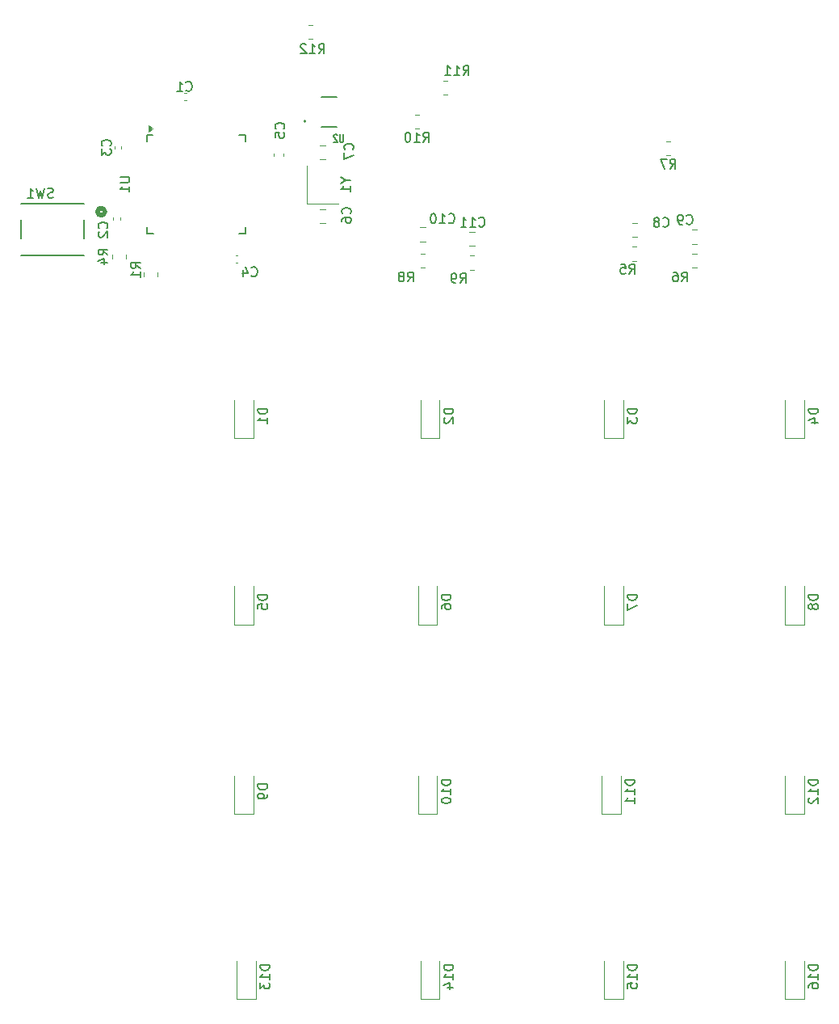
<source format=gbr>
%TF.GenerationSoftware,KiCad,Pcbnew,9.0.0*%
%TF.CreationDate,2025-06-12T19:16:51-06:00*%
%TF.ProjectId,final_macropad,66696e61-6c5f-46d6-9163-726f7061642e,rev?*%
%TF.SameCoordinates,Original*%
%TF.FileFunction,Legend,Bot*%
%TF.FilePolarity,Positive*%
%FSLAX46Y46*%
G04 Gerber Fmt 4.6, Leading zero omitted, Abs format (unit mm)*
G04 Created by KiCad (PCBNEW 9.0.0) date 2025-06-12 19:16:51*
%MOMM*%
%LPD*%
G01*
G04 APERTURE LIST*
%ADD10C,0.150000*%
%ADD11C,0.120000*%
%ADD12C,0.152400*%
%ADD13C,0.508000*%
%ADD14C,0.127000*%
%ADD15C,0.200000*%
G04 APERTURE END LIST*
D10*
X65891580Y-47331333D02*
X65939200Y-47283714D01*
X65939200Y-47283714D02*
X65986819Y-47140857D01*
X65986819Y-47140857D02*
X65986819Y-47045619D01*
X65986819Y-47045619D02*
X65939200Y-46902762D01*
X65939200Y-46902762D02*
X65843961Y-46807524D01*
X65843961Y-46807524D02*
X65748723Y-46759905D01*
X65748723Y-46759905D02*
X65558247Y-46712286D01*
X65558247Y-46712286D02*
X65415390Y-46712286D01*
X65415390Y-46712286D02*
X65224914Y-46759905D01*
X65224914Y-46759905D02*
X65129676Y-46807524D01*
X65129676Y-46807524D02*
X65034438Y-46902762D01*
X65034438Y-46902762D02*
X64986819Y-47045619D01*
X64986819Y-47045619D02*
X64986819Y-47140857D01*
X64986819Y-47140857D02*
X65034438Y-47283714D01*
X65034438Y-47283714D02*
X65082057Y-47331333D01*
X64986819Y-48188476D02*
X64986819Y-47998000D01*
X64986819Y-47998000D02*
X65034438Y-47902762D01*
X65034438Y-47902762D02*
X65082057Y-47855143D01*
X65082057Y-47855143D02*
X65224914Y-47759905D01*
X65224914Y-47759905D02*
X65415390Y-47712286D01*
X65415390Y-47712286D02*
X65796342Y-47712286D01*
X65796342Y-47712286D02*
X65891580Y-47759905D01*
X65891580Y-47759905D02*
X65939200Y-47807524D01*
X65939200Y-47807524D02*
X65986819Y-47902762D01*
X65986819Y-47902762D02*
X65986819Y-48093238D01*
X65986819Y-48093238D02*
X65939200Y-48188476D01*
X65939200Y-48188476D02*
X65891580Y-48236095D01*
X65891580Y-48236095D02*
X65796342Y-48283714D01*
X65796342Y-48283714D02*
X65558247Y-48283714D01*
X65558247Y-48283714D02*
X65463009Y-48236095D01*
X65463009Y-48236095D02*
X65415390Y-48188476D01*
X65415390Y-48188476D02*
X65367771Y-48093238D01*
X65367771Y-48093238D02*
X65367771Y-47902762D01*
X65367771Y-47902762D02*
X65415390Y-47807524D01*
X65415390Y-47807524D02*
X65463009Y-47759905D01*
X65463009Y-47759905D02*
X65558247Y-47712286D01*
X66145580Y-40600333D02*
X66193200Y-40552714D01*
X66193200Y-40552714D02*
X66240819Y-40409857D01*
X66240819Y-40409857D02*
X66240819Y-40314619D01*
X66240819Y-40314619D02*
X66193200Y-40171762D01*
X66193200Y-40171762D02*
X66097961Y-40076524D01*
X66097961Y-40076524D02*
X66002723Y-40028905D01*
X66002723Y-40028905D02*
X65812247Y-39981286D01*
X65812247Y-39981286D02*
X65669390Y-39981286D01*
X65669390Y-39981286D02*
X65478914Y-40028905D01*
X65478914Y-40028905D02*
X65383676Y-40076524D01*
X65383676Y-40076524D02*
X65288438Y-40171762D01*
X65288438Y-40171762D02*
X65240819Y-40314619D01*
X65240819Y-40314619D02*
X65240819Y-40409857D01*
X65240819Y-40409857D02*
X65288438Y-40552714D01*
X65288438Y-40552714D02*
X65336057Y-40600333D01*
X65240819Y-40933667D02*
X65240819Y-41600333D01*
X65240819Y-41600333D02*
X66240819Y-41171762D01*
X58906580Y-38441333D02*
X58954200Y-38393714D01*
X58954200Y-38393714D02*
X59001819Y-38250857D01*
X59001819Y-38250857D02*
X59001819Y-38155619D01*
X59001819Y-38155619D02*
X58954200Y-38012762D01*
X58954200Y-38012762D02*
X58858961Y-37917524D01*
X58858961Y-37917524D02*
X58763723Y-37869905D01*
X58763723Y-37869905D02*
X58573247Y-37822286D01*
X58573247Y-37822286D02*
X58430390Y-37822286D01*
X58430390Y-37822286D02*
X58239914Y-37869905D01*
X58239914Y-37869905D02*
X58144676Y-37917524D01*
X58144676Y-37917524D02*
X58049438Y-38012762D01*
X58049438Y-38012762D02*
X58001819Y-38155619D01*
X58001819Y-38155619D02*
X58001819Y-38250857D01*
X58001819Y-38250857D02*
X58049438Y-38393714D01*
X58049438Y-38393714D02*
X58097057Y-38441333D01*
X58001819Y-39346095D02*
X58001819Y-38869905D01*
X58001819Y-38869905D02*
X58478009Y-38822286D01*
X58478009Y-38822286D02*
X58430390Y-38869905D01*
X58430390Y-38869905D02*
X58382771Y-38965143D01*
X58382771Y-38965143D02*
X58382771Y-39203238D01*
X58382771Y-39203238D02*
X58430390Y-39298476D01*
X58430390Y-39298476D02*
X58478009Y-39346095D01*
X58478009Y-39346095D02*
X58573247Y-39393714D01*
X58573247Y-39393714D02*
X58811342Y-39393714D01*
X58811342Y-39393714D02*
X58906580Y-39346095D01*
X58906580Y-39346095D02*
X58954200Y-39298476D01*
X58954200Y-39298476D02*
X59001819Y-39203238D01*
X59001819Y-39203238D02*
X59001819Y-38965143D01*
X59001819Y-38965143D02*
X58954200Y-38869905D01*
X58954200Y-38869905D02*
X58906580Y-38822286D01*
X73540857Y-39823819D02*
X73874190Y-39347628D01*
X74112285Y-39823819D02*
X74112285Y-38823819D01*
X74112285Y-38823819D02*
X73731333Y-38823819D01*
X73731333Y-38823819D02*
X73636095Y-38871438D01*
X73636095Y-38871438D02*
X73588476Y-38919057D01*
X73588476Y-38919057D02*
X73540857Y-39014295D01*
X73540857Y-39014295D02*
X73540857Y-39157152D01*
X73540857Y-39157152D02*
X73588476Y-39252390D01*
X73588476Y-39252390D02*
X73636095Y-39300009D01*
X73636095Y-39300009D02*
X73731333Y-39347628D01*
X73731333Y-39347628D02*
X74112285Y-39347628D01*
X72588476Y-39823819D02*
X73159904Y-39823819D01*
X72874190Y-39823819D02*
X72874190Y-38823819D01*
X72874190Y-38823819D02*
X72969428Y-38966676D01*
X72969428Y-38966676D02*
X73064666Y-39061914D01*
X73064666Y-39061914D02*
X73159904Y-39109533D01*
X71969428Y-38823819D02*
X71874190Y-38823819D01*
X71874190Y-38823819D02*
X71778952Y-38871438D01*
X71778952Y-38871438D02*
X71731333Y-38919057D01*
X71731333Y-38919057D02*
X71683714Y-39014295D01*
X71683714Y-39014295D02*
X71636095Y-39204771D01*
X71636095Y-39204771D02*
X71636095Y-39442866D01*
X71636095Y-39442866D02*
X71683714Y-39633342D01*
X71683714Y-39633342D02*
X71731333Y-39728580D01*
X71731333Y-39728580D02*
X71778952Y-39776200D01*
X71778952Y-39776200D02*
X71874190Y-39823819D01*
X71874190Y-39823819D02*
X71969428Y-39823819D01*
X71969428Y-39823819D02*
X72064666Y-39776200D01*
X72064666Y-39776200D02*
X72112285Y-39728580D01*
X72112285Y-39728580D02*
X72159904Y-39633342D01*
X72159904Y-39633342D02*
X72207523Y-39442866D01*
X72207523Y-39442866D02*
X72207523Y-39204771D01*
X72207523Y-39204771D02*
X72159904Y-39014295D01*
X72159904Y-39014295D02*
X72112285Y-38919057D01*
X72112285Y-38919057D02*
X72064666Y-38871438D01*
X72064666Y-38871438D02*
X71969428Y-38823819D01*
X57204819Y-107111905D02*
X56204819Y-107111905D01*
X56204819Y-107111905D02*
X56204819Y-107350000D01*
X56204819Y-107350000D02*
X56252438Y-107492857D01*
X56252438Y-107492857D02*
X56347676Y-107588095D01*
X56347676Y-107588095D02*
X56442914Y-107635714D01*
X56442914Y-107635714D02*
X56633390Y-107683333D01*
X56633390Y-107683333D02*
X56776247Y-107683333D01*
X56776247Y-107683333D02*
X56966723Y-107635714D01*
X56966723Y-107635714D02*
X57061961Y-107588095D01*
X57061961Y-107588095D02*
X57157200Y-107492857D01*
X57157200Y-107492857D02*
X57204819Y-107350000D01*
X57204819Y-107350000D02*
X57204819Y-107111905D01*
X57204819Y-108159524D02*
X57204819Y-108350000D01*
X57204819Y-108350000D02*
X57157200Y-108445238D01*
X57157200Y-108445238D02*
X57109580Y-108492857D01*
X57109580Y-108492857D02*
X56966723Y-108588095D01*
X56966723Y-108588095D02*
X56776247Y-108635714D01*
X56776247Y-108635714D02*
X56395295Y-108635714D01*
X56395295Y-108635714D02*
X56300057Y-108588095D01*
X56300057Y-108588095D02*
X56252438Y-108540476D01*
X56252438Y-108540476D02*
X56204819Y-108445238D01*
X56204819Y-108445238D02*
X56204819Y-108254762D01*
X56204819Y-108254762D02*
X56252438Y-108159524D01*
X56252438Y-108159524D02*
X56300057Y-108111905D01*
X56300057Y-108111905D02*
X56395295Y-108064286D01*
X56395295Y-108064286D02*
X56633390Y-108064286D01*
X56633390Y-108064286D02*
X56728628Y-108111905D01*
X56728628Y-108111905D02*
X56776247Y-108159524D01*
X56776247Y-108159524D02*
X56823866Y-108254762D01*
X56823866Y-108254762D02*
X56823866Y-108445238D01*
X56823866Y-108445238D02*
X56776247Y-108540476D01*
X56776247Y-108540476D02*
X56728628Y-108588095D01*
X56728628Y-108588095D02*
X56633390Y-108635714D01*
X79392857Y-48609580D02*
X79440476Y-48657200D01*
X79440476Y-48657200D02*
X79583333Y-48704819D01*
X79583333Y-48704819D02*
X79678571Y-48704819D01*
X79678571Y-48704819D02*
X79821428Y-48657200D01*
X79821428Y-48657200D02*
X79916666Y-48561961D01*
X79916666Y-48561961D02*
X79964285Y-48466723D01*
X79964285Y-48466723D02*
X80011904Y-48276247D01*
X80011904Y-48276247D02*
X80011904Y-48133390D01*
X80011904Y-48133390D02*
X79964285Y-47942914D01*
X79964285Y-47942914D02*
X79916666Y-47847676D01*
X79916666Y-47847676D02*
X79821428Y-47752438D01*
X79821428Y-47752438D02*
X79678571Y-47704819D01*
X79678571Y-47704819D02*
X79583333Y-47704819D01*
X79583333Y-47704819D02*
X79440476Y-47752438D01*
X79440476Y-47752438D02*
X79392857Y-47800057D01*
X78440476Y-48704819D02*
X79011904Y-48704819D01*
X78726190Y-48704819D02*
X78726190Y-47704819D01*
X78726190Y-47704819D02*
X78821428Y-47847676D01*
X78821428Y-47847676D02*
X78916666Y-47942914D01*
X78916666Y-47942914D02*
X79011904Y-47990533D01*
X77488095Y-48704819D02*
X78059523Y-48704819D01*
X77773809Y-48704819D02*
X77773809Y-47704819D01*
X77773809Y-47704819D02*
X77869047Y-47847676D01*
X77869047Y-47847676D02*
X77964285Y-47942914D01*
X77964285Y-47942914D02*
X78059523Y-47990533D01*
X95954819Y-87261905D02*
X94954819Y-87261905D01*
X94954819Y-87261905D02*
X94954819Y-87500000D01*
X94954819Y-87500000D02*
X95002438Y-87642857D01*
X95002438Y-87642857D02*
X95097676Y-87738095D01*
X95097676Y-87738095D02*
X95192914Y-87785714D01*
X95192914Y-87785714D02*
X95383390Y-87833333D01*
X95383390Y-87833333D02*
X95526247Y-87833333D01*
X95526247Y-87833333D02*
X95716723Y-87785714D01*
X95716723Y-87785714D02*
X95811961Y-87738095D01*
X95811961Y-87738095D02*
X95907200Y-87642857D01*
X95907200Y-87642857D02*
X95954819Y-87500000D01*
X95954819Y-87500000D02*
X95954819Y-87261905D01*
X94954819Y-88166667D02*
X94954819Y-88833333D01*
X94954819Y-88833333D02*
X95954819Y-88404762D01*
X40728580Y-40219333D02*
X40776200Y-40171714D01*
X40776200Y-40171714D02*
X40823819Y-40028857D01*
X40823819Y-40028857D02*
X40823819Y-39933619D01*
X40823819Y-39933619D02*
X40776200Y-39790762D01*
X40776200Y-39790762D02*
X40680961Y-39695524D01*
X40680961Y-39695524D02*
X40585723Y-39647905D01*
X40585723Y-39647905D02*
X40395247Y-39600286D01*
X40395247Y-39600286D02*
X40252390Y-39600286D01*
X40252390Y-39600286D02*
X40061914Y-39647905D01*
X40061914Y-39647905D02*
X39966676Y-39695524D01*
X39966676Y-39695524D02*
X39871438Y-39790762D01*
X39871438Y-39790762D02*
X39823819Y-39933619D01*
X39823819Y-39933619D02*
X39823819Y-40028857D01*
X39823819Y-40028857D02*
X39871438Y-40171714D01*
X39871438Y-40171714D02*
X39919057Y-40219333D01*
X39823819Y-40552667D02*
X39823819Y-41171714D01*
X39823819Y-41171714D02*
X40204771Y-40838381D01*
X40204771Y-40838381D02*
X40204771Y-40981238D01*
X40204771Y-40981238D02*
X40252390Y-41076476D01*
X40252390Y-41076476D02*
X40300009Y-41124095D01*
X40300009Y-41124095D02*
X40395247Y-41171714D01*
X40395247Y-41171714D02*
X40633342Y-41171714D01*
X40633342Y-41171714D02*
X40728580Y-41124095D01*
X40728580Y-41124095D02*
X40776200Y-41076476D01*
X40776200Y-41076476D02*
X40823819Y-40981238D01*
X40823819Y-40981238D02*
X40823819Y-40695524D01*
X40823819Y-40695524D02*
X40776200Y-40600286D01*
X40776200Y-40600286D02*
X40728580Y-40552667D01*
X71916666Y-54454819D02*
X72249999Y-53978628D01*
X72488094Y-54454819D02*
X72488094Y-53454819D01*
X72488094Y-53454819D02*
X72107142Y-53454819D01*
X72107142Y-53454819D02*
X72011904Y-53502438D01*
X72011904Y-53502438D02*
X71964285Y-53550057D01*
X71964285Y-53550057D02*
X71916666Y-53645295D01*
X71916666Y-53645295D02*
X71916666Y-53788152D01*
X71916666Y-53788152D02*
X71964285Y-53883390D01*
X71964285Y-53883390D02*
X72011904Y-53931009D01*
X72011904Y-53931009D02*
X72107142Y-53978628D01*
X72107142Y-53978628D02*
X72488094Y-53978628D01*
X71345237Y-53883390D02*
X71440475Y-53835771D01*
X71440475Y-53835771D02*
X71488094Y-53788152D01*
X71488094Y-53788152D02*
X71535713Y-53692914D01*
X71535713Y-53692914D02*
X71535713Y-53645295D01*
X71535713Y-53645295D02*
X71488094Y-53550057D01*
X71488094Y-53550057D02*
X71440475Y-53502438D01*
X71440475Y-53502438D02*
X71345237Y-53454819D01*
X71345237Y-53454819D02*
X71154761Y-53454819D01*
X71154761Y-53454819D02*
X71059523Y-53502438D01*
X71059523Y-53502438D02*
X71011904Y-53550057D01*
X71011904Y-53550057D02*
X70964285Y-53645295D01*
X70964285Y-53645295D02*
X70964285Y-53692914D01*
X70964285Y-53692914D02*
X71011904Y-53788152D01*
X71011904Y-53788152D02*
X71059523Y-53835771D01*
X71059523Y-53835771D02*
X71154761Y-53883390D01*
X71154761Y-53883390D02*
X71345237Y-53883390D01*
X71345237Y-53883390D02*
X71440475Y-53931009D01*
X71440475Y-53931009D02*
X71488094Y-53978628D01*
X71488094Y-53978628D02*
X71535713Y-54073866D01*
X71535713Y-54073866D02*
X71535713Y-54264342D01*
X71535713Y-54264342D02*
X71488094Y-54359580D01*
X71488094Y-54359580D02*
X71440475Y-54407200D01*
X71440475Y-54407200D02*
X71345237Y-54454819D01*
X71345237Y-54454819D02*
X71154761Y-54454819D01*
X71154761Y-54454819D02*
X71059523Y-54407200D01*
X71059523Y-54407200D02*
X71011904Y-54359580D01*
X71011904Y-54359580D02*
X70964285Y-54264342D01*
X70964285Y-54264342D02*
X70964285Y-54073866D01*
X70964285Y-54073866D02*
X71011904Y-53978628D01*
X71011904Y-53978628D02*
X71059523Y-53931009D01*
X71059523Y-53931009D02*
X71154761Y-53883390D01*
X99416666Y-42604819D02*
X99749999Y-42128628D01*
X99988094Y-42604819D02*
X99988094Y-41604819D01*
X99988094Y-41604819D02*
X99607142Y-41604819D01*
X99607142Y-41604819D02*
X99511904Y-41652438D01*
X99511904Y-41652438D02*
X99464285Y-41700057D01*
X99464285Y-41700057D02*
X99416666Y-41795295D01*
X99416666Y-41795295D02*
X99416666Y-41938152D01*
X99416666Y-41938152D02*
X99464285Y-42033390D01*
X99464285Y-42033390D02*
X99511904Y-42081009D01*
X99511904Y-42081009D02*
X99607142Y-42128628D01*
X99607142Y-42128628D02*
X99988094Y-42128628D01*
X99083332Y-41604819D02*
X98416666Y-41604819D01*
X98416666Y-41604819D02*
X98845237Y-42604819D01*
X57204819Y-67761905D02*
X56204819Y-67761905D01*
X56204819Y-67761905D02*
X56204819Y-68000000D01*
X56204819Y-68000000D02*
X56252438Y-68142857D01*
X56252438Y-68142857D02*
X56347676Y-68238095D01*
X56347676Y-68238095D02*
X56442914Y-68285714D01*
X56442914Y-68285714D02*
X56633390Y-68333333D01*
X56633390Y-68333333D02*
X56776247Y-68333333D01*
X56776247Y-68333333D02*
X56966723Y-68285714D01*
X56966723Y-68285714D02*
X57061961Y-68238095D01*
X57061961Y-68238095D02*
X57157200Y-68142857D01*
X57157200Y-68142857D02*
X57204819Y-68000000D01*
X57204819Y-68000000D02*
X57204819Y-67761905D01*
X57204819Y-69285714D02*
X57204819Y-68714286D01*
X57204819Y-69000000D02*
X56204819Y-69000000D01*
X56204819Y-69000000D02*
X56347676Y-68904762D01*
X56347676Y-68904762D02*
X56442914Y-68809524D01*
X56442914Y-68809524D02*
X56490533Y-68714286D01*
X41754819Y-43488095D02*
X42564342Y-43488095D01*
X42564342Y-43488095D02*
X42659580Y-43535714D01*
X42659580Y-43535714D02*
X42707200Y-43583333D01*
X42707200Y-43583333D02*
X42754819Y-43678571D01*
X42754819Y-43678571D02*
X42754819Y-43869047D01*
X42754819Y-43869047D02*
X42707200Y-43964285D01*
X42707200Y-43964285D02*
X42659580Y-44011904D01*
X42659580Y-44011904D02*
X42564342Y-44059523D01*
X42564342Y-44059523D02*
X41754819Y-44059523D01*
X42754819Y-45059523D02*
X42754819Y-44488095D01*
X42754819Y-44773809D02*
X41754819Y-44773809D01*
X41754819Y-44773809D02*
X41897676Y-44678571D01*
X41897676Y-44678571D02*
X41992914Y-44583333D01*
X41992914Y-44583333D02*
X42040533Y-44488095D01*
X57454819Y-126035714D02*
X56454819Y-126035714D01*
X56454819Y-126035714D02*
X56454819Y-126273809D01*
X56454819Y-126273809D02*
X56502438Y-126416666D01*
X56502438Y-126416666D02*
X56597676Y-126511904D01*
X56597676Y-126511904D02*
X56692914Y-126559523D01*
X56692914Y-126559523D02*
X56883390Y-126607142D01*
X56883390Y-126607142D02*
X57026247Y-126607142D01*
X57026247Y-126607142D02*
X57216723Y-126559523D01*
X57216723Y-126559523D02*
X57311961Y-126511904D01*
X57311961Y-126511904D02*
X57407200Y-126416666D01*
X57407200Y-126416666D02*
X57454819Y-126273809D01*
X57454819Y-126273809D02*
X57454819Y-126035714D01*
X57454819Y-127559523D02*
X57454819Y-126988095D01*
X57454819Y-127273809D02*
X56454819Y-127273809D01*
X56454819Y-127273809D02*
X56597676Y-127178571D01*
X56597676Y-127178571D02*
X56692914Y-127083333D01*
X56692914Y-127083333D02*
X56740533Y-126988095D01*
X56454819Y-127892857D02*
X56454819Y-128511904D01*
X56454819Y-128511904D02*
X56835771Y-128178571D01*
X56835771Y-128178571D02*
X56835771Y-128321428D01*
X56835771Y-128321428D02*
X56883390Y-128416666D01*
X56883390Y-128416666D02*
X56931009Y-128464285D01*
X56931009Y-128464285D02*
X57026247Y-128511904D01*
X57026247Y-128511904D02*
X57264342Y-128511904D01*
X57264342Y-128511904D02*
X57359580Y-128464285D01*
X57359580Y-128464285D02*
X57407200Y-128416666D01*
X57407200Y-128416666D02*
X57454819Y-128321428D01*
X57454819Y-128321428D02*
X57454819Y-128035714D01*
X57454819Y-128035714D02*
X57407200Y-127940476D01*
X57407200Y-127940476D02*
X57359580Y-127892857D01*
X114954819Y-87261905D02*
X113954819Y-87261905D01*
X113954819Y-87261905D02*
X113954819Y-87500000D01*
X113954819Y-87500000D02*
X114002438Y-87642857D01*
X114002438Y-87642857D02*
X114097676Y-87738095D01*
X114097676Y-87738095D02*
X114192914Y-87785714D01*
X114192914Y-87785714D02*
X114383390Y-87833333D01*
X114383390Y-87833333D02*
X114526247Y-87833333D01*
X114526247Y-87833333D02*
X114716723Y-87785714D01*
X114716723Y-87785714D02*
X114811961Y-87738095D01*
X114811961Y-87738095D02*
X114907200Y-87642857D01*
X114907200Y-87642857D02*
X114954819Y-87500000D01*
X114954819Y-87500000D02*
X114954819Y-87261905D01*
X114383390Y-88404762D02*
X114335771Y-88309524D01*
X114335771Y-88309524D02*
X114288152Y-88261905D01*
X114288152Y-88261905D02*
X114192914Y-88214286D01*
X114192914Y-88214286D02*
X114145295Y-88214286D01*
X114145295Y-88214286D02*
X114050057Y-88261905D01*
X114050057Y-88261905D02*
X114002438Y-88309524D01*
X114002438Y-88309524D02*
X113954819Y-88404762D01*
X113954819Y-88404762D02*
X113954819Y-88595238D01*
X113954819Y-88595238D02*
X114002438Y-88690476D01*
X114002438Y-88690476D02*
X114050057Y-88738095D01*
X114050057Y-88738095D02*
X114145295Y-88785714D01*
X114145295Y-88785714D02*
X114192914Y-88785714D01*
X114192914Y-88785714D02*
X114288152Y-88738095D01*
X114288152Y-88738095D02*
X114335771Y-88690476D01*
X114335771Y-88690476D02*
X114383390Y-88595238D01*
X114383390Y-88595238D02*
X114383390Y-88404762D01*
X114383390Y-88404762D02*
X114431009Y-88309524D01*
X114431009Y-88309524D02*
X114478628Y-88261905D01*
X114478628Y-88261905D02*
X114573866Y-88214286D01*
X114573866Y-88214286D02*
X114764342Y-88214286D01*
X114764342Y-88214286D02*
X114859580Y-88261905D01*
X114859580Y-88261905D02*
X114907200Y-88309524D01*
X114907200Y-88309524D02*
X114954819Y-88404762D01*
X114954819Y-88404762D02*
X114954819Y-88595238D01*
X114954819Y-88595238D02*
X114907200Y-88690476D01*
X114907200Y-88690476D02*
X114859580Y-88738095D01*
X114859580Y-88738095D02*
X114764342Y-88785714D01*
X114764342Y-88785714D02*
X114573866Y-88785714D01*
X114573866Y-88785714D02*
X114478628Y-88738095D01*
X114478628Y-88738095D02*
X114431009Y-88690476D01*
X114431009Y-88690476D02*
X114383390Y-88595238D01*
X77416666Y-54567319D02*
X77749999Y-54091128D01*
X77988094Y-54567319D02*
X77988094Y-53567319D01*
X77988094Y-53567319D02*
X77607142Y-53567319D01*
X77607142Y-53567319D02*
X77511904Y-53614938D01*
X77511904Y-53614938D02*
X77464285Y-53662557D01*
X77464285Y-53662557D02*
X77416666Y-53757795D01*
X77416666Y-53757795D02*
X77416666Y-53900652D01*
X77416666Y-53900652D02*
X77464285Y-53995890D01*
X77464285Y-53995890D02*
X77511904Y-54043509D01*
X77511904Y-54043509D02*
X77607142Y-54091128D01*
X77607142Y-54091128D02*
X77988094Y-54091128D01*
X76940475Y-54567319D02*
X76749999Y-54567319D01*
X76749999Y-54567319D02*
X76654761Y-54519700D01*
X76654761Y-54519700D02*
X76607142Y-54472080D01*
X76607142Y-54472080D02*
X76511904Y-54329223D01*
X76511904Y-54329223D02*
X76464285Y-54138747D01*
X76464285Y-54138747D02*
X76464285Y-53757795D01*
X76464285Y-53757795D02*
X76511904Y-53662557D01*
X76511904Y-53662557D02*
X76559523Y-53614938D01*
X76559523Y-53614938D02*
X76654761Y-53567319D01*
X76654761Y-53567319D02*
X76845237Y-53567319D01*
X76845237Y-53567319D02*
X76940475Y-53614938D01*
X76940475Y-53614938D02*
X76988094Y-53662557D01*
X76988094Y-53662557D02*
X77035713Y-53757795D01*
X77035713Y-53757795D02*
X77035713Y-53995890D01*
X77035713Y-53995890D02*
X76988094Y-54091128D01*
X76988094Y-54091128D02*
X76940475Y-54138747D01*
X76940475Y-54138747D02*
X76845237Y-54186366D01*
X76845237Y-54186366D02*
X76654761Y-54186366D01*
X76654761Y-54186366D02*
X76559523Y-54138747D01*
X76559523Y-54138747D02*
X76511904Y-54091128D01*
X76511904Y-54091128D02*
X76464285Y-53995890D01*
X95954819Y-126035714D02*
X94954819Y-126035714D01*
X94954819Y-126035714D02*
X94954819Y-126273809D01*
X94954819Y-126273809D02*
X95002438Y-126416666D01*
X95002438Y-126416666D02*
X95097676Y-126511904D01*
X95097676Y-126511904D02*
X95192914Y-126559523D01*
X95192914Y-126559523D02*
X95383390Y-126607142D01*
X95383390Y-126607142D02*
X95526247Y-126607142D01*
X95526247Y-126607142D02*
X95716723Y-126559523D01*
X95716723Y-126559523D02*
X95811961Y-126511904D01*
X95811961Y-126511904D02*
X95907200Y-126416666D01*
X95907200Y-126416666D02*
X95954819Y-126273809D01*
X95954819Y-126273809D02*
X95954819Y-126035714D01*
X95954819Y-127559523D02*
X95954819Y-126988095D01*
X95954819Y-127273809D02*
X94954819Y-127273809D01*
X94954819Y-127273809D02*
X95097676Y-127178571D01*
X95097676Y-127178571D02*
X95192914Y-127083333D01*
X95192914Y-127083333D02*
X95240533Y-126988095D01*
X94954819Y-128464285D02*
X94954819Y-127988095D01*
X94954819Y-127988095D02*
X95431009Y-127940476D01*
X95431009Y-127940476D02*
X95383390Y-127988095D01*
X95383390Y-127988095D02*
X95335771Y-128083333D01*
X95335771Y-128083333D02*
X95335771Y-128321428D01*
X95335771Y-128321428D02*
X95383390Y-128416666D01*
X95383390Y-128416666D02*
X95431009Y-128464285D01*
X95431009Y-128464285D02*
X95526247Y-128511904D01*
X95526247Y-128511904D02*
X95764342Y-128511904D01*
X95764342Y-128511904D02*
X95859580Y-128464285D01*
X95859580Y-128464285D02*
X95907200Y-128416666D01*
X95907200Y-128416666D02*
X95954819Y-128321428D01*
X95954819Y-128321428D02*
X95954819Y-128083333D01*
X95954819Y-128083333D02*
X95907200Y-127988095D01*
X95907200Y-127988095D02*
X95859580Y-127940476D01*
X76704819Y-67761905D02*
X75704819Y-67761905D01*
X75704819Y-67761905D02*
X75704819Y-68000000D01*
X75704819Y-68000000D02*
X75752438Y-68142857D01*
X75752438Y-68142857D02*
X75847676Y-68238095D01*
X75847676Y-68238095D02*
X75942914Y-68285714D01*
X75942914Y-68285714D02*
X76133390Y-68333333D01*
X76133390Y-68333333D02*
X76276247Y-68333333D01*
X76276247Y-68333333D02*
X76466723Y-68285714D01*
X76466723Y-68285714D02*
X76561961Y-68238095D01*
X76561961Y-68238095D02*
X76657200Y-68142857D01*
X76657200Y-68142857D02*
X76704819Y-68000000D01*
X76704819Y-68000000D02*
X76704819Y-67761905D01*
X75800057Y-68714286D02*
X75752438Y-68761905D01*
X75752438Y-68761905D02*
X75704819Y-68857143D01*
X75704819Y-68857143D02*
X75704819Y-69095238D01*
X75704819Y-69095238D02*
X75752438Y-69190476D01*
X75752438Y-69190476D02*
X75800057Y-69238095D01*
X75800057Y-69238095D02*
X75895295Y-69285714D01*
X75895295Y-69285714D02*
X75990533Y-69285714D01*
X75990533Y-69285714D02*
X76133390Y-69238095D01*
X76133390Y-69238095D02*
X76704819Y-68666667D01*
X76704819Y-68666667D02*
X76704819Y-69285714D01*
X114954819Y-126035714D02*
X113954819Y-126035714D01*
X113954819Y-126035714D02*
X113954819Y-126273809D01*
X113954819Y-126273809D02*
X114002438Y-126416666D01*
X114002438Y-126416666D02*
X114097676Y-126511904D01*
X114097676Y-126511904D02*
X114192914Y-126559523D01*
X114192914Y-126559523D02*
X114383390Y-126607142D01*
X114383390Y-126607142D02*
X114526247Y-126607142D01*
X114526247Y-126607142D02*
X114716723Y-126559523D01*
X114716723Y-126559523D02*
X114811961Y-126511904D01*
X114811961Y-126511904D02*
X114907200Y-126416666D01*
X114907200Y-126416666D02*
X114954819Y-126273809D01*
X114954819Y-126273809D02*
X114954819Y-126035714D01*
X114954819Y-127559523D02*
X114954819Y-126988095D01*
X114954819Y-127273809D02*
X113954819Y-127273809D01*
X113954819Y-127273809D02*
X114097676Y-127178571D01*
X114097676Y-127178571D02*
X114192914Y-127083333D01*
X114192914Y-127083333D02*
X114240533Y-126988095D01*
X113954819Y-128416666D02*
X113954819Y-128226190D01*
X113954819Y-128226190D02*
X114002438Y-128130952D01*
X114002438Y-128130952D02*
X114050057Y-128083333D01*
X114050057Y-128083333D02*
X114192914Y-127988095D01*
X114192914Y-127988095D02*
X114383390Y-127940476D01*
X114383390Y-127940476D02*
X114764342Y-127940476D01*
X114764342Y-127940476D02*
X114859580Y-127988095D01*
X114859580Y-127988095D02*
X114907200Y-128035714D01*
X114907200Y-128035714D02*
X114954819Y-128130952D01*
X114954819Y-128130952D02*
X114954819Y-128321428D01*
X114954819Y-128321428D02*
X114907200Y-128416666D01*
X114907200Y-128416666D02*
X114859580Y-128464285D01*
X114859580Y-128464285D02*
X114764342Y-128511904D01*
X114764342Y-128511904D02*
X114526247Y-128511904D01*
X114526247Y-128511904D02*
X114431009Y-128464285D01*
X114431009Y-128464285D02*
X114383390Y-128416666D01*
X114383390Y-128416666D02*
X114335771Y-128321428D01*
X114335771Y-128321428D02*
X114335771Y-128130952D01*
X114335771Y-128130952D02*
X114383390Y-128035714D01*
X114383390Y-128035714D02*
X114431009Y-127988095D01*
X114431009Y-127988095D02*
X114526247Y-127940476D01*
X55538666Y-53826580D02*
X55586285Y-53874200D01*
X55586285Y-53874200D02*
X55729142Y-53921819D01*
X55729142Y-53921819D02*
X55824380Y-53921819D01*
X55824380Y-53921819D02*
X55967237Y-53874200D01*
X55967237Y-53874200D02*
X56062475Y-53778961D01*
X56062475Y-53778961D02*
X56110094Y-53683723D01*
X56110094Y-53683723D02*
X56157713Y-53493247D01*
X56157713Y-53493247D02*
X56157713Y-53350390D01*
X56157713Y-53350390D02*
X56110094Y-53159914D01*
X56110094Y-53159914D02*
X56062475Y-53064676D01*
X56062475Y-53064676D02*
X55967237Y-52969438D01*
X55967237Y-52969438D02*
X55824380Y-52921819D01*
X55824380Y-52921819D02*
X55729142Y-52921819D01*
X55729142Y-52921819D02*
X55586285Y-52969438D01*
X55586285Y-52969438D02*
X55538666Y-53017057D01*
X54681523Y-53255152D02*
X54681523Y-53921819D01*
X54919618Y-52874200D02*
X55157713Y-53588485D01*
X55157713Y-53588485D02*
X54538666Y-53588485D01*
X114954819Y-67761905D02*
X113954819Y-67761905D01*
X113954819Y-67761905D02*
X113954819Y-68000000D01*
X113954819Y-68000000D02*
X114002438Y-68142857D01*
X114002438Y-68142857D02*
X114097676Y-68238095D01*
X114097676Y-68238095D02*
X114192914Y-68285714D01*
X114192914Y-68285714D02*
X114383390Y-68333333D01*
X114383390Y-68333333D02*
X114526247Y-68333333D01*
X114526247Y-68333333D02*
X114716723Y-68285714D01*
X114716723Y-68285714D02*
X114811961Y-68238095D01*
X114811961Y-68238095D02*
X114907200Y-68142857D01*
X114907200Y-68142857D02*
X114954819Y-68000000D01*
X114954819Y-68000000D02*
X114954819Y-67761905D01*
X114288152Y-69190476D02*
X114954819Y-69190476D01*
X113907200Y-68952381D02*
X114621485Y-68714286D01*
X114621485Y-68714286D02*
X114621485Y-69333333D01*
X34734332Y-45619200D02*
X34591475Y-45666819D01*
X34591475Y-45666819D02*
X34353380Y-45666819D01*
X34353380Y-45666819D02*
X34258142Y-45619200D01*
X34258142Y-45619200D02*
X34210523Y-45571580D01*
X34210523Y-45571580D02*
X34162904Y-45476342D01*
X34162904Y-45476342D02*
X34162904Y-45381104D01*
X34162904Y-45381104D02*
X34210523Y-45285866D01*
X34210523Y-45285866D02*
X34258142Y-45238247D01*
X34258142Y-45238247D02*
X34353380Y-45190628D01*
X34353380Y-45190628D02*
X34543856Y-45143009D01*
X34543856Y-45143009D02*
X34639094Y-45095390D01*
X34639094Y-45095390D02*
X34686713Y-45047771D01*
X34686713Y-45047771D02*
X34734332Y-44952533D01*
X34734332Y-44952533D02*
X34734332Y-44857295D01*
X34734332Y-44857295D02*
X34686713Y-44762057D01*
X34686713Y-44762057D02*
X34639094Y-44714438D01*
X34639094Y-44714438D02*
X34543856Y-44666819D01*
X34543856Y-44666819D02*
X34305761Y-44666819D01*
X34305761Y-44666819D02*
X34162904Y-44714438D01*
X33829570Y-44666819D02*
X33591475Y-45666819D01*
X33591475Y-45666819D02*
X33400999Y-44952533D01*
X33400999Y-44952533D02*
X33210523Y-45666819D01*
X33210523Y-45666819D02*
X32972428Y-44666819D01*
X32067666Y-45666819D02*
X32639094Y-45666819D01*
X32353380Y-45666819D02*
X32353380Y-44666819D01*
X32353380Y-44666819D02*
X32448618Y-44809676D01*
X32448618Y-44809676D02*
X32543856Y-44904914D01*
X32543856Y-44904914D02*
X32639094Y-44952533D01*
X76207857Y-48238580D02*
X76255476Y-48286200D01*
X76255476Y-48286200D02*
X76398333Y-48333819D01*
X76398333Y-48333819D02*
X76493571Y-48333819D01*
X76493571Y-48333819D02*
X76636428Y-48286200D01*
X76636428Y-48286200D02*
X76731666Y-48190961D01*
X76731666Y-48190961D02*
X76779285Y-48095723D01*
X76779285Y-48095723D02*
X76826904Y-47905247D01*
X76826904Y-47905247D02*
X76826904Y-47762390D01*
X76826904Y-47762390D02*
X76779285Y-47571914D01*
X76779285Y-47571914D02*
X76731666Y-47476676D01*
X76731666Y-47476676D02*
X76636428Y-47381438D01*
X76636428Y-47381438D02*
X76493571Y-47333819D01*
X76493571Y-47333819D02*
X76398333Y-47333819D01*
X76398333Y-47333819D02*
X76255476Y-47381438D01*
X76255476Y-47381438D02*
X76207857Y-47429057D01*
X75255476Y-48333819D02*
X75826904Y-48333819D01*
X75541190Y-48333819D02*
X75541190Y-47333819D01*
X75541190Y-47333819D02*
X75636428Y-47476676D01*
X75636428Y-47476676D02*
X75731666Y-47571914D01*
X75731666Y-47571914D02*
X75826904Y-47619533D01*
X74636428Y-47333819D02*
X74541190Y-47333819D01*
X74541190Y-47333819D02*
X74445952Y-47381438D01*
X74445952Y-47381438D02*
X74398333Y-47429057D01*
X74398333Y-47429057D02*
X74350714Y-47524295D01*
X74350714Y-47524295D02*
X74303095Y-47714771D01*
X74303095Y-47714771D02*
X74303095Y-47952866D01*
X74303095Y-47952866D02*
X74350714Y-48143342D01*
X74350714Y-48143342D02*
X74398333Y-48238580D01*
X74398333Y-48238580D02*
X74445952Y-48286200D01*
X74445952Y-48286200D02*
X74541190Y-48333819D01*
X74541190Y-48333819D02*
X74636428Y-48333819D01*
X74636428Y-48333819D02*
X74731666Y-48286200D01*
X74731666Y-48286200D02*
X74779285Y-48238580D01*
X74779285Y-48238580D02*
X74826904Y-48143342D01*
X74826904Y-48143342D02*
X74874523Y-47952866D01*
X74874523Y-47952866D02*
X74874523Y-47714771D01*
X74874523Y-47714771D02*
X74826904Y-47524295D01*
X74826904Y-47524295D02*
X74779285Y-47429057D01*
X74779285Y-47429057D02*
X74731666Y-47381438D01*
X74731666Y-47381438D02*
X74636428Y-47333819D01*
X95954819Y-67761905D02*
X94954819Y-67761905D01*
X94954819Y-67761905D02*
X94954819Y-68000000D01*
X94954819Y-68000000D02*
X95002438Y-68142857D01*
X95002438Y-68142857D02*
X95097676Y-68238095D01*
X95097676Y-68238095D02*
X95192914Y-68285714D01*
X95192914Y-68285714D02*
X95383390Y-68333333D01*
X95383390Y-68333333D02*
X95526247Y-68333333D01*
X95526247Y-68333333D02*
X95716723Y-68285714D01*
X95716723Y-68285714D02*
X95811961Y-68238095D01*
X95811961Y-68238095D02*
X95907200Y-68142857D01*
X95907200Y-68142857D02*
X95954819Y-68000000D01*
X95954819Y-68000000D02*
X95954819Y-67761905D01*
X94954819Y-68666667D02*
X94954819Y-69285714D01*
X94954819Y-69285714D02*
X95335771Y-68952381D01*
X95335771Y-68952381D02*
X95335771Y-69095238D01*
X95335771Y-69095238D02*
X95383390Y-69190476D01*
X95383390Y-69190476D02*
X95431009Y-69238095D01*
X95431009Y-69238095D02*
X95526247Y-69285714D01*
X95526247Y-69285714D02*
X95764342Y-69285714D01*
X95764342Y-69285714D02*
X95859580Y-69238095D01*
X95859580Y-69238095D02*
X95907200Y-69190476D01*
X95907200Y-69190476D02*
X95954819Y-69095238D01*
X95954819Y-69095238D02*
X95954819Y-68809524D01*
X95954819Y-68809524D02*
X95907200Y-68714286D01*
X95907200Y-68714286D02*
X95859580Y-68666667D01*
X62591921Y-30553819D02*
X62925254Y-30077628D01*
X63163349Y-30553819D02*
X63163349Y-29553819D01*
X63163349Y-29553819D02*
X62782397Y-29553819D01*
X62782397Y-29553819D02*
X62687159Y-29601438D01*
X62687159Y-29601438D02*
X62639540Y-29649057D01*
X62639540Y-29649057D02*
X62591921Y-29744295D01*
X62591921Y-29744295D02*
X62591921Y-29887152D01*
X62591921Y-29887152D02*
X62639540Y-29982390D01*
X62639540Y-29982390D02*
X62687159Y-30030009D01*
X62687159Y-30030009D02*
X62782397Y-30077628D01*
X62782397Y-30077628D02*
X63163349Y-30077628D01*
X61639540Y-30553819D02*
X62210968Y-30553819D01*
X61925254Y-30553819D02*
X61925254Y-29553819D01*
X61925254Y-29553819D02*
X62020492Y-29696676D01*
X62020492Y-29696676D02*
X62115730Y-29791914D01*
X62115730Y-29791914D02*
X62210968Y-29839533D01*
X61258587Y-29649057D02*
X61210968Y-29601438D01*
X61210968Y-29601438D02*
X61115730Y-29553819D01*
X61115730Y-29553819D02*
X60877635Y-29553819D01*
X60877635Y-29553819D02*
X60782397Y-29601438D01*
X60782397Y-29601438D02*
X60734778Y-29649057D01*
X60734778Y-29649057D02*
X60687159Y-29744295D01*
X60687159Y-29744295D02*
X60687159Y-29839533D01*
X60687159Y-29839533D02*
X60734778Y-29982390D01*
X60734778Y-29982390D02*
X61306206Y-30553819D01*
X61306206Y-30553819D02*
X60687159Y-30553819D01*
X95166666Y-53626819D02*
X95499999Y-53150628D01*
X95738094Y-53626819D02*
X95738094Y-52626819D01*
X95738094Y-52626819D02*
X95357142Y-52626819D01*
X95357142Y-52626819D02*
X95261904Y-52674438D01*
X95261904Y-52674438D02*
X95214285Y-52722057D01*
X95214285Y-52722057D02*
X95166666Y-52817295D01*
X95166666Y-52817295D02*
X95166666Y-52960152D01*
X95166666Y-52960152D02*
X95214285Y-53055390D01*
X95214285Y-53055390D02*
X95261904Y-53103009D01*
X95261904Y-53103009D02*
X95357142Y-53150628D01*
X95357142Y-53150628D02*
X95738094Y-53150628D01*
X94261904Y-52626819D02*
X94738094Y-52626819D01*
X94738094Y-52626819D02*
X94785713Y-53103009D01*
X94785713Y-53103009D02*
X94738094Y-53055390D01*
X94738094Y-53055390D02*
X94642856Y-53007771D01*
X94642856Y-53007771D02*
X94404761Y-53007771D01*
X94404761Y-53007771D02*
X94309523Y-53055390D01*
X94309523Y-53055390D02*
X94261904Y-53103009D01*
X94261904Y-53103009D02*
X94214285Y-53198247D01*
X94214285Y-53198247D02*
X94214285Y-53436342D01*
X94214285Y-53436342D02*
X94261904Y-53531580D01*
X94261904Y-53531580D02*
X94309523Y-53579200D01*
X94309523Y-53579200D02*
X94404761Y-53626819D01*
X94404761Y-53626819D02*
X94642856Y-53626819D01*
X94642856Y-53626819D02*
X94738094Y-53579200D01*
X94738094Y-53579200D02*
X94785713Y-53531580D01*
X65170619Y-39015295D02*
X65170619Y-39662914D01*
X65170619Y-39662914D02*
X65140142Y-39739104D01*
X65140142Y-39739104D02*
X65109666Y-39777200D01*
X65109666Y-39777200D02*
X65048714Y-39815295D01*
X65048714Y-39815295D02*
X64926809Y-39815295D01*
X64926809Y-39815295D02*
X64865857Y-39777200D01*
X64865857Y-39777200D02*
X64835380Y-39739104D01*
X64835380Y-39739104D02*
X64804904Y-39662914D01*
X64804904Y-39662914D02*
X64804904Y-39015295D01*
X64530619Y-39091485D02*
X64500143Y-39053390D01*
X64500143Y-39053390D02*
X64439190Y-39015295D01*
X64439190Y-39015295D02*
X64286809Y-39015295D01*
X64286809Y-39015295D02*
X64225857Y-39053390D01*
X64225857Y-39053390D02*
X64195381Y-39091485D01*
X64195381Y-39091485D02*
X64164904Y-39167676D01*
X64164904Y-39167676D02*
X64164904Y-39243866D01*
X64164904Y-39243866D02*
X64195381Y-39358152D01*
X64195381Y-39358152D02*
X64561095Y-39815295D01*
X64561095Y-39815295D02*
X64164904Y-39815295D01*
X40364580Y-48855333D02*
X40412200Y-48807714D01*
X40412200Y-48807714D02*
X40459819Y-48664857D01*
X40459819Y-48664857D02*
X40459819Y-48569619D01*
X40459819Y-48569619D02*
X40412200Y-48426762D01*
X40412200Y-48426762D02*
X40316961Y-48331524D01*
X40316961Y-48331524D02*
X40221723Y-48283905D01*
X40221723Y-48283905D02*
X40031247Y-48236286D01*
X40031247Y-48236286D02*
X39888390Y-48236286D01*
X39888390Y-48236286D02*
X39697914Y-48283905D01*
X39697914Y-48283905D02*
X39602676Y-48331524D01*
X39602676Y-48331524D02*
X39507438Y-48426762D01*
X39507438Y-48426762D02*
X39459819Y-48569619D01*
X39459819Y-48569619D02*
X39459819Y-48664857D01*
X39459819Y-48664857D02*
X39507438Y-48807714D01*
X39507438Y-48807714D02*
X39555057Y-48855333D01*
X39555057Y-49236286D02*
X39507438Y-49283905D01*
X39507438Y-49283905D02*
X39459819Y-49379143D01*
X39459819Y-49379143D02*
X39459819Y-49617238D01*
X39459819Y-49617238D02*
X39507438Y-49712476D01*
X39507438Y-49712476D02*
X39555057Y-49760095D01*
X39555057Y-49760095D02*
X39650295Y-49807714D01*
X39650295Y-49807714D02*
X39745533Y-49807714D01*
X39745533Y-49807714D02*
X39888390Y-49760095D01*
X39888390Y-49760095D02*
X40459819Y-49188667D01*
X40459819Y-49188667D02*
X40459819Y-49807714D01*
X114954819Y-106635714D02*
X113954819Y-106635714D01*
X113954819Y-106635714D02*
X113954819Y-106873809D01*
X113954819Y-106873809D02*
X114002438Y-107016666D01*
X114002438Y-107016666D02*
X114097676Y-107111904D01*
X114097676Y-107111904D02*
X114192914Y-107159523D01*
X114192914Y-107159523D02*
X114383390Y-107207142D01*
X114383390Y-107207142D02*
X114526247Y-107207142D01*
X114526247Y-107207142D02*
X114716723Y-107159523D01*
X114716723Y-107159523D02*
X114811961Y-107111904D01*
X114811961Y-107111904D02*
X114907200Y-107016666D01*
X114907200Y-107016666D02*
X114954819Y-106873809D01*
X114954819Y-106873809D02*
X114954819Y-106635714D01*
X114954819Y-108159523D02*
X114954819Y-107588095D01*
X114954819Y-107873809D02*
X113954819Y-107873809D01*
X113954819Y-107873809D02*
X114097676Y-107778571D01*
X114097676Y-107778571D02*
X114192914Y-107683333D01*
X114192914Y-107683333D02*
X114240533Y-107588095D01*
X114050057Y-108540476D02*
X114002438Y-108588095D01*
X114002438Y-108588095D02*
X113954819Y-108683333D01*
X113954819Y-108683333D02*
X113954819Y-108921428D01*
X113954819Y-108921428D02*
X114002438Y-109016666D01*
X114002438Y-109016666D02*
X114050057Y-109064285D01*
X114050057Y-109064285D02*
X114145295Y-109111904D01*
X114145295Y-109111904D02*
X114240533Y-109111904D01*
X114240533Y-109111904D02*
X114383390Y-109064285D01*
X114383390Y-109064285D02*
X114954819Y-108492857D01*
X114954819Y-108492857D02*
X114954819Y-109111904D01*
X57204819Y-87261905D02*
X56204819Y-87261905D01*
X56204819Y-87261905D02*
X56204819Y-87500000D01*
X56204819Y-87500000D02*
X56252438Y-87642857D01*
X56252438Y-87642857D02*
X56347676Y-87738095D01*
X56347676Y-87738095D02*
X56442914Y-87785714D01*
X56442914Y-87785714D02*
X56633390Y-87833333D01*
X56633390Y-87833333D02*
X56776247Y-87833333D01*
X56776247Y-87833333D02*
X56966723Y-87785714D01*
X56966723Y-87785714D02*
X57061961Y-87738095D01*
X57061961Y-87738095D02*
X57157200Y-87642857D01*
X57157200Y-87642857D02*
X57204819Y-87500000D01*
X57204819Y-87500000D02*
X57204819Y-87261905D01*
X56204819Y-88738095D02*
X56204819Y-88261905D01*
X56204819Y-88261905D02*
X56681009Y-88214286D01*
X56681009Y-88214286D02*
X56633390Y-88261905D01*
X56633390Y-88261905D02*
X56585771Y-88357143D01*
X56585771Y-88357143D02*
X56585771Y-88595238D01*
X56585771Y-88595238D02*
X56633390Y-88690476D01*
X56633390Y-88690476D02*
X56681009Y-88738095D01*
X56681009Y-88738095D02*
X56776247Y-88785714D01*
X56776247Y-88785714D02*
X57014342Y-88785714D01*
X57014342Y-88785714D02*
X57109580Y-88738095D01*
X57109580Y-88738095D02*
X57157200Y-88690476D01*
X57157200Y-88690476D02*
X57204819Y-88595238D01*
X57204819Y-88595238D02*
X57204819Y-88357143D01*
X57204819Y-88357143D02*
X57157200Y-88261905D01*
X57157200Y-88261905D02*
X57109580Y-88214286D01*
X76704819Y-126035714D02*
X75704819Y-126035714D01*
X75704819Y-126035714D02*
X75704819Y-126273809D01*
X75704819Y-126273809D02*
X75752438Y-126416666D01*
X75752438Y-126416666D02*
X75847676Y-126511904D01*
X75847676Y-126511904D02*
X75942914Y-126559523D01*
X75942914Y-126559523D02*
X76133390Y-126607142D01*
X76133390Y-126607142D02*
X76276247Y-126607142D01*
X76276247Y-126607142D02*
X76466723Y-126559523D01*
X76466723Y-126559523D02*
X76561961Y-126511904D01*
X76561961Y-126511904D02*
X76657200Y-126416666D01*
X76657200Y-126416666D02*
X76704819Y-126273809D01*
X76704819Y-126273809D02*
X76704819Y-126035714D01*
X76704819Y-127559523D02*
X76704819Y-126988095D01*
X76704819Y-127273809D02*
X75704819Y-127273809D01*
X75704819Y-127273809D02*
X75847676Y-127178571D01*
X75847676Y-127178571D02*
X75942914Y-127083333D01*
X75942914Y-127083333D02*
X75990533Y-126988095D01*
X76038152Y-128416666D02*
X76704819Y-128416666D01*
X75657200Y-128178571D02*
X76371485Y-127940476D01*
X76371485Y-127940476D02*
X76371485Y-128559523D01*
X40460819Y-51649333D02*
X39984628Y-51316000D01*
X40460819Y-51077905D02*
X39460819Y-51077905D01*
X39460819Y-51077905D02*
X39460819Y-51458857D01*
X39460819Y-51458857D02*
X39508438Y-51554095D01*
X39508438Y-51554095D02*
X39556057Y-51601714D01*
X39556057Y-51601714D02*
X39651295Y-51649333D01*
X39651295Y-51649333D02*
X39794152Y-51649333D01*
X39794152Y-51649333D02*
X39889390Y-51601714D01*
X39889390Y-51601714D02*
X39937009Y-51554095D01*
X39937009Y-51554095D02*
X39984628Y-51458857D01*
X39984628Y-51458857D02*
X39984628Y-51077905D01*
X39794152Y-52506476D02*
X40460819Y-52506476D01*
X39413200Y-52268381D02*
X40127485Y-52030286D01*
X40127485Y-52030286D02*
X40127485Y-52649333D01*
X43888819Y-53046333D02*
X43412628Y-52713000D01*
X43888819Y-52474905D02*
X42888819Y-52474905D01*
X42888819Y-52474905D02*
X42888819Y-52855857D01*
X42888819Y-52855857D02*
X42936438Y-52951095D01*
X42936438Y-52951095D02*
X42984057Y-52998714D01*
X42984057Y-52998714D02*
X43079295Y-53046333D01*
X43079295Y-53046333D02*
X43222152Y-53046333D01*
X43222152Y-53046333D02*
X43317390Y-52998714D01*
X43317390Y-52998714D02*
X43365009Y-52951095D01*
X43365009Y-52951095D02*
X43412628Y-52855857D01*
X43412628Y-52855857D02*
X43412628Y-52474905D01*
X43888819Y-53998714D02*
X43888819Y-53427286D01*
X43888819Y-53713000D02*
X42888819Y-53713000D01*
X42888819Y-53713000D02*
X43031676Y-53617762D01*
X43031676Y-53617762D02*
X43126914Y-53522524D01*
X43126914Y-53522524D02*
X43174533Y-53427286D01*
X76454819Y-106635714D02*
X75454819Y-106635714D01*
X75454819Y-106635714D02*
X75454819Y-106873809D01*
X75454819Y-106873809D02*
X75502438Y-107016666D01*
X75502438Y-107016666D02*
X75597676Y-107111904D01*
X75597676Y-107111904D02*
X75692914Y-107159523D01*
X75692914Y-107159523D02*
X75883390Y-107207142D01*
X75883390Y-107207142D02*
X76026247Y-107207142D01*
X76026247Y-107207142D02*
X76216723Y-107159523D01*
X76216723Y-107159523D02*
X76311961Y-107111904D01*
X76311961Y-107111904D02*
X76407200Y-107016666D01*
X76407200Y-107016666D02*
X76454819Y-106873809D01*
X76454819Y-106873809D02*
X76454819Y-106635714D01*
X76454819Y-108159523D02*
X76454819Y-107588095D01*
X76454819Y-107873809D02*
X75454819Y-107873809D01*
X75454819Y-107873809D02*
X75597676Y-107778571D01*
X75597676Y-107778571D02*
X75692914Y-107683333D01*
X75692914Y-107683333D02*
X75740533Y-107588095D01*
X75454819Y-108778571D02*
X75454819Y-108873809D01*
X75454819Y-108873809D02*
X75502438Y-108969047D01*
X75502438Y-108969047D02*
X75550057Y-109016666D01*
X75550057Y-109016666D02*
X75645295Y-109064285D01*
X75645295Y-109064285D02*
X75835771Y-109111904D01*
X75835771Y-109111904D02*
X76073866Y-109111904D01*
X76073866Y-109111904D02*
X76264342Y-109064285D01*
X76264342Y-109064285D02*
X76359580Y-109016666D01*
X76359580Y-109016666D02*
X76407200Y-108969047D01*
X76407200Y-108969047D02*
X76454819Y-108873809D01*
X76454819Y-108873809D02*
X76454819Y-108778571D01*
X76454819Y-108778571D02*
X76407200Y-108683333D01*
X76407200Y-108683333D02*
X76359580Y-108635714D01*
X76359580Y-108635714D02*
X76264342Y-108588095D01*
X76264342Y-108588095D02*
X76073866Y-108540476D01*
X76073866Y-108540476D02*
X75835771Y-108540476D01*
X75835771Y-108540476D02*
X75645295Y-108588095D01*
X75645295Y-108588095D02*
X75550057Y-108635714D01*
X75550057Y-108635714D02*
X75502438Y-108683333D01*
X75502438Y-108683333D02*
X75454819Y-108778571D01*
X48680666Y-34395580D02*
X48728285Y-34443200D01*
X48728285Y-34443200D02*
X48871142Y-34490819D01*
X48871142Y-34490819D02*
X48966380Y-34490819D01*
X48966380Y-34490819D02*
X49109237Y-34443200D01*
X49109237Y-34443200D02*
X49204475Y-34347961D01*
X49204475Y-34347961D02*
X49252094Y-34252723D01*
X49252094Y-34252723D02*
X49299713Y-34062247D01*
X49299713Y-34062247D02*
X49299713Y-33919390D01*
X49299713Y-33919390D02*
X49252094Y-33728914D01*
X49252094Y-33728914D02*
X49204475Y-33633676D01*
X49204475Y-33633676D02*
X49109237Y-33538438D01*
X49109237Y-33538438D02*
X48966380Y-33490819D01*
X48966380Y-33490819D02*
X48871142Y-33490819D01*
X48871142Y-33490819D02*
X48728285Y-33538438D01*
X48728285Y-33538438D02*
X48680666Y-33586057D01*
X47728285Y-34490819D02*
X48299713Y-34490819D01*
X48013999Y-34490819D02*
X48013999Y-33490819D01*
X48013999Y-33490819D02*
X48109237Y-33633676D01*
X48109237Y-33633676D02*
X48204475Y-33728914D01*
X48204475Y-33728914D02*
X48299713Y-33776533D01*
X76454819Y-87261905D02*
X75454819Y-87261905D01*
X75454819Y-87261905D02*
X75454819Y-87500000D01*
X75454819Y-87500000D02*
X75502438Y-87642857D01*
X75502438Y-87642857D02*
X75597676Y-87738095D01*
X75597676Y-87738095D02*
X75692914Y-87785714D01*
X75692914Y-87785714D02*
X75883390Y-87833333D01*
X75883390Y-87833333D02*
X76026247Y-87833333D01*
X76026247Y-87833333D02*
X76216723Y-87785714D01*
X76216723Y-87785714D02*
X76311961Y-87738095D01*
X76311961Y-87738095D02*
X76407200Y-87642857D01*
X76407200Y-87642857D02*
X76454819Y-87500000D01*
X76454819Y-87500000D02*
X76454819Y-87261905D01*
X75454819Y-88690476D02*
X75454819Y-88500000D01*
X75454819Y-88500000D02*
X75502438Y-88404762D01*
X75502438Y-88404762D02*
X75550057Y-88357143D01*
X75550057Y-88357143D02*
X75692914Y-88261905D01*
X75692914Y-88261905D02*
X75883390Y-88214286D01*
X75883390Y-88214286D02*
X76264342Y-88214286D01*
X76264342Y-88214286D02*
X76359580Y-88261905D01*
X76359580Y-88261905D02*
X76407200Y-88309524D01*
X76407200Y-88309524D02*
X76454819Y-88404762D01*
X76454819Y-88404762D02*
X76454819Y-88595238D01*
X76454819Y-88595238D02*
X76407200Y-88690476D01*
X76407200Y-88690476D02*
X76359580Y-88738095D01*
X76359580Y-88738095D02*
X76264342Y-88785714D01*
X76264342Y-88785714D02*
X76026247Y-88785714D01*
X76026247Y-88785714D02*
X75931009Y-88738095D01*
X75931009Y-88738095D02*
X75883390Y-88690476D01*
X75883390Y-88690476D02*
X75835771Y-88595238D01*
X75835771Y-88595238D02*
X75835771Y-88404762D01*
X75835771Y-88404762D02*
X75883390Y-88309524D01*
X75883390Y-88309524D02*
X75931009Y-88261905D01*
X75931009Y-88261905D02*
X76026247Y-88214286D01*
X95704819Y-106635714D02*
X94704819Y-106635714D01*
X94704819Y-106635714D02*
X94704819Y-106873809D01*
X94704819Y-106873809D02*
X94752438Y-107016666D01*
X94752438Y-107016666D02*
X94847676Y-107111904D01*
X94847676Y-107111904D02*
X94942914Y-107159523D01*
X94942914Y-107159523D02*
X95133390Y-107207142D01*
X95133390Y-107207142D02*
X95276247Y-107207142D01*
X95276247Y-107207142D02*
X95466723Y-107159523D01*
X95466723Y-107159523D02*
X95561961Y-107111904D01*
X95561961Y-107111904D02*
X95657200Y-107016666D01*
X95657200Y-107016666D02*
X95704819Y-106873809D01*
X95704819Y-106873809D02*
X95704819Y-106635714D01*
X95704819Y-108159523D02*
X95704819Y-107588095D01*
X95704819Y-107873809D02*
X94704819Y-107873809D01*
X94704819Y-107873809D02*
X94847676Y-107778571D01*
X94847676Y-107778571D02*
X94942914Y-107683333D01*
X94942914Y-107683333D02*
X94990533Y-107588095D01*
X95704819Y-109111904D02*
X95704819Y-108540476D01*
X95704819Y-108826190D02*
X94704819Y-108826190D01*
X94704819Y-108826190D02*
X94847676Y-108730952D01*
X94847676Y-108730952D02*
X94942914Y-108635714D01*
X94942914Y-108635714D02*
X94990533Y-108540476D01*
X100666666Y-54454819D02*
X100999999Y-53978628D01*
X101238094Y-54454819D02*
X101238094Y-53454819D01*
X101238094Y-53454819D02*
X100857142Y-53454819D01*
X100857142Y-53454819D02*
X100761904Y-53502438D01*
X100761904Y-53502438D02*
X100714285Y-53550057D01*
X100714285Y-53550057D02*
X100666666Y-53645295D01*
X100666666Y-53645295D02*
X100666666Y-53788152D01*
X100666666Y-53788152D02*
X100714285Y-53883390D01*
X100714285Y-53883390D02*
X100761904Y-53931009D01*
X100761904Y-53931009D02*
X100857142Y-53978628D01*
X100857142Y-53978628D02*
X101238094Y-53978628D01*
X99809523Y-53454819D02*
X99999999Y-53454819D01*
X99999999Y-53454819D02*
X100095237Y-53502438D01*
X100095237Y-53502438D02*
X100142856Y-53550057D01*
X100142856Y-53550057D02*
X100238094Y-53692914D01*
X100238094Y-53692914D02*
X100285713Y-53883390D01*
X100285713Y-53883390D02*
X100285713Y-54264342D01*
X100285713Y-54264342D02*
X100238094Y-54359580D01*
X100238094Y-54359580D02*
X100190475Y-54407200D01*
X100190475Y-54407200D02*
X100095237Y-54454819D01*
X100095237Y-54454819D02*
X99904761Y-54454819D01*
X99904761Y-54454819D02*
X99809523Y-54407200D01*
X99809523Y-54407200D02*
X99761904Y-54359580D01*
X99761904Y-54359580D02*
X99714285Y-54264342D01*
X99714285Y-54264342D02*
X99714285Y-54026247D01*
X99714285Y-54026247D02*
X99761904Y-53931009D01*
X99761904Y-53931009D02*
X99809523Y-53883390D01*
X99809523Y-53883390D02*
X99904761Y-53835771D01*
X99904761Y-53835771D02*
X100095237Y-53835771D01*
X100095237Y-53835771D02*
X100190475Y-53883390D01*
X100190475Y-53883390D02*
X100238094Y-53931009D01*
X100238094Y-53931009D02*
X100285713Y-54026247D01*
X77738857Y-32826819D02*
X78072190Y-32350628D01*
X78310285Y-32826819D02*
X78310285Y-31826819D01*
X78310285Y-31826819D02*
X77929333Y-31826819D01*
X77929333Y-31826819D02*
X77834095Y-31874438D01*
X77834095Y-31874438D02*
X77786476Y-31922057D01*
X77786476Y-31922057D02*
X77738857Y-32017295D01*
X77738857Y-32017295D02*
X77738857Y-32160152D01*
X77738857Y-32160152D02*
X77786476Y-32255390D01*
X77786476Y-32255390D02*
X77834095Y-32303009D01*
X77834095Y-32303009D02*
X77929333Y-32350628D01*
X77929333Y-32350628D02*
X78310285Y-32350628D01*
X76786476Y-32826819D02*
X77357904Y-32826819D01*
X77072190Y-32826819D02*
X77072190Y-31826819D01*
X77072190Y-31826819D02*
X77167428Y-31969676D01*
X77167428Y-31969676D02*
X77262666Y-32064914D01*
X77262666Y-32064914D02*
X77357904Y-32112533D01*
X75834095Y-32826819D02*
X76405523Y-32826819D01*
X76119809Y-32826819D02*
X76119809Y-31826819D01*
X76119809Y-31826819D02*
X76215047Y-31969676D01*
X76215047Y-31969676D02*
X76310285Y-32064914D01*
X76310285Y-32064914D02*
X76405523Y-32112533D01*
X65420628Y-43846809D02*
X65896819Y-43846809D01*
X64896819Y-43513476D02*
X65420628Y-43846809D01*
X65420628Y-43846809D02*
X64896819Y-44180142D01*
X65896819Y-45037285D02*
X65896819Y-44465857D01*
X65896819Y-44751571D02*
X64896819Y-44751571D01*
X64896819Y-44751571D02*
X65039676Y-44656333D01*
X65039676Y-44656333D02*
X65134914Y-44561095D01*
X65134914Y-44561095D02*
X65182533Y-44465857D01*
X98666666Y-48631580D02*
X98714285Y-48679200D01*
X98714285Y-48679200D02*
X98857142Y-48726819D01*
X98857142Y-48726819D02*
X98952380Y-48726819D01*
X98952380Y-48726819D02*
X99095237Y-48679200D01*
X99095237Y-48679200D02*
X99190475Y-48583961D01*
X99190475Y-48583961D02*
X99238094Y-48488723D01*
X99238094Y-48488723D02*
X99285713Y-48298247D01*
X99285713Y-48298247D02*
X99285713Y-48155390D01*
X99285713Y-48155390D02*
X99238094Y-47964914D01*
X99238094Y-47964914D02*
X99190475Y-47869676D01*
X99190475Y-47869676D02*
X99095237Y-47774438D01*
X99095237Y-47774438D02*
X98952380Y-47726819D01*
X98952380Y-47726819D02*
X98857142Y-47726819D01*
X98857142Y-47726819D02*
X98714285Y-47774438D01*
X98714285Y-47774438D02*
X98666666Y-47822057D01*
X98095237Y-48155390D02*
X98190475Y-48107771D01*
X98190475Y-48107771D02*
X98238094Y-48060152D01*
X98238094Y-48060152D02*
X98285713Y-47964914D01*
X98285713Y-47964914D02*
X98285713Y-47917295D01*
X98285713Y-47917295D02*
X98238094Y-47822057D01*
X98238094Y-47822057D02*
X98190475Y-47774438D01*
X98190475Y-47774438D02*
X98095237Y-47726819D01*
X98095237Y-47726819D02*
X97904761Y-47726819D01*
X97904761Y-47726819D02*
X97809523Y-47774438D01*
X97809523Y-47774438D02*
X97761904Y-47822057D01*
X97761904Y-47822057D02*
X97714285Y-47917295D01*
X97714285Y-47917295D02*
X97714285Y-47964914D01*
X97714285Y-47964914D02*
X97761904Y-48060152D01*
X97761904Y-48060152D02*
X97809523Y-48107771D01*
X97809523Y-48107771D02*
X97904761Y-48155390D01*
X97904761Y-48155390D02*
X98095237Y-48155390D01*
X98095237Y-48155390D02*
X98190475Y-48203009D01*
X98190475Y-48203009D02*
X98238094Y-48250628D01*
X98238094Y-48250628D02*
X98285713Y-48345866D01*
X98285713Y-48345866D02*
X98285713Y-48536342D01*
X98285713Y-48536342D02*
X98238094Y-48631580D01*
X98238094Y-48631580D02*
X98190475Y-48679200D01*
X98190475Y-48679200D02*
X98095237Y-48726819D01*
X98095237Y-48726819D02*
X97904761Y-48726819D01*
X97904761Y-48726819D02*
X97809523Y-48679200D01*
X97809523Y-48679200D02*
X97761904Y-48631580D01*
X97761904Y-48631580D02*
X97714285Y-48536342D01*
X97714285Y-48536342D02*
X97714285Y-48345866D01*
X97714285Y-48345866D02*
X97761904Y-48250628D01*
X97761904Y-48250628D02*
X97809523Y-48203009D01*
X97809523Y-48203009D02*
X97904761Y-48155390D01*
X101166666Y-48359580D02*
X101214285Y-48407200D01*
X101214285Y-48407200D02*
X101357142Y-48454819D01*
X101357142Y-48454819D02*
X101452380Y-48454819D01*
X101452380Y-48454819D02*
X101595237Y-48407200D01*
X101595237Y-48407200D02*
X101690475Y-48311961D01*
X101690475Y-48311961D02*
X101738094Y-48216723D01*
X101738094Y-48216723D02*
X101785713Y-48026247D01*
X101785713Y-48026247D02*
X101785713Y-47883390D01*
X101785713Y-47883390D02*
X101738094Y-47692914D01*
X101738094Y-47692914D02*
X101690475Y-47597676D01*
X101690475Y-47597676D02*
X101595237Y-47502438D01*
X101595237Y-47502438D02*
X101452380Y-47454819D01*
X101452380Y-47454819D02*
X101357142Y-47454819D01*
X101357142Y-47454819D02*
X101214285Y-47502438D01*
X101214285Y-47502438D02*
X101166666Y-47550057D01*
X100690475Y-48454819D02*
X100499999Y-48454819D01*
X100499999Y-48454819D02*
X100404761Y-48407200D01*
X100404761Y-48407200D02*
X100357142Y-48359580D01*
X100357142Y-48359580D02*
X100261904Y-48216723D01*
X100261904Y-48216723D02*
X100214285Y-48026247D01*
X100214285Y-48026247D02*
X100214285Y-47645295D01*
X100214285Y-47645295D02*
X100261904Y-47550057D01*
X100261904Y-47550057D02*
X100309523Y-47502438D01*
X100309523Y-47502438D02*
X100404761Y-47454819D01*
X100404761Y-47454819D02*
X100595237Y-47454819D01*
X100595237Y-47454819D02*
X100690475Y-47502438D01*
X100690475Y-47502438D02*
X100738094Y-47550057D01*
X100738094Y-47550057D02*
X100785713Y-47645295D01*
X100785713Y-47645295D02*
X100785713Y-47883390D01*
X100785713Y-47883390D02*
X100738094Y-47978628D01*
X100738094Y-47978628D02*
X100690475Y-48026247D01*
X100690475Y-48026247D02*
X100595237Y-48073866D01*
X100595237Y-48073866D02*
X100404761Y-48073866D01*
X100404761Y-48073866D02*
X100309523Y-48026247D01*
X100309523Y-48026247D02*
X100261904Y-47978628D01*
X100261904Y-47978628D02*
X100214285Y-47883390D01*
D11*
%TO.C,C6*%
X63253252Y-46890000D02*
X62730748Y-46890000D01*
X63253252Y-48360000D02*
X62730748Y-48360000D01*
%TO.C,C7*%
X62730748Y-40159000D02*
X63253252Y-40159000D01*
X62730748Y-41629000D02*
X63253252Y-41629000D01*
%TO.C,C5*%
X57910000Y-41028233D02*
X57910000Y-41320767D01*
X58930000Y-41028233D02*
X58930000Y-41320767D01*
%TO.C,R10*%
X72670936Y-36984000D02*
X73125064Y-36984000D01*
X72670936Y-38454000D02*
X73125064Y-38454000D01*
%TO.C,D9*%
X53750000Y-110210000D02*
X53750000Y-106200000D01*
X55750000Y-110210000D02*
X53750000Y-110210000D01*
X55750000Y-110210000D02*
X55750000Y-106200000D01*
%TO.C,C11*%
X78401248Y-49227500D02*
X78923752Y-49227500D01*
X78401248Y-50697500D02*
X78923752Y-50697500D01*
%TO.C,D7*%
X92500000Y-90360000D02*
X92500000Y-86350000D01*
X94500000Y-90360000D02*
X92500000Y-90360000D01*
X94500000Y-90360000D02*
X94500000Y-86350000D01*
%TO.C,C3*%
X41169000Y-40270165D02*
X41169000Y-40501835D01*
X41889000Y-40270165D02*
X41889000Y-40501835D01*
%TO.C,R8*%
X73272936Y-51515000D02*
X73727064Y-51515000D01*
X73272936Y-52985000D02*
X73727064Y-52985000D01*
%TO.C,R7*%
X99022936Y-39765000D02*
X99477064Y-39765000D01*
X99022936Y-41235000D02*
X99477064Y-41235000D01*
%TO.C,D1*%
X53750000Y-70860000D02*
X53750000Y-66850000D01*
X55750000Y-70860000D02*
X53750000Y-70860000D01*
X55750000Y-70860000D02*
X55750000Y-66850000D01*
D10*
%TO.C,U1*%
X44575000Y-39075000D02*
X44575000Y-39750000D01*
X44575000Y-39075000D02*
X45190000Y-39075000D01*
X44575000Y-49425000D02*
X44575000Y-48750000D01*
X44575000Y-49425000D02*
X45250000Y-49425000D01*
X54925000Y-39075000D02*
X54250000Y-39075000D01*
X54925000Y-39075000D02*
X54925000Y-39750000D01*
X54925000Y-49425000D02*
X54250000Y-49425000D01*
X54925000Y-49425000D02*
X54925000Y-48750000D01*
D11*
X45210000Y-38390000D02*
X44740000Y-38730000D01*
X44740000Y-38050000D01*
X45210000Y-38390000D01*
G36*
X45210000Y-38390000D02*
G01*
X44740000Y-38730000D01*
X44740000Y-38050000D01*
X45210000Y-38390000D01*
G37*
%TO.C,D13*%
X54000000Y-129610000D02*
X54000000Y-125600000D01*
X56000000Y-129610000D02*
X54000000Y-129610000D01*
X56000000Y-129610000D02*
X56000000Y-125600000D01*
%TO.C,D8*%
X111500000Y-90360000D02*
X111500000Y-86350000D01*
X113500000Y-90360000D02*
X111500000Y-90360000D01*
X113500000Y-90360000D02*
X113500000Y-86350000D01*
%TO.C,R9*%
X78435436Y-51727500D02*
X78889564Y-51727500D01*
X78435436Y-53197500D02*
X78889564Y-53197500D01*
%TO.C,D15*%
X92500000Y-129610000D02*
X92500000Y-125600000D01*
X94500000Y-129610000D02*
X92500000Y-129610000D01*
X94500000Y-129610000D02*
X94500000Y-125600000D01*
%TO.C,D2*%
X73250000Y-70860000D02*
X73250000Y-66850000D01*
X75250000Y-70860000D02*
X73250000Y-70860000D01*
X75250000Y-70860000D02*
X75250000Y-66850000D01*
%TO.C,D16*%
X111500000Y-129610000D02*
X111500000Y-125600000D01*
X113500000Y-129610000D02*
X111500000Y-129610000D01*
X113500000Y-129610000D02*
X113500000Y-125600000D01*
%TO.C,C4*%
X53859165Y-51710000D02*
X54090835Y-51710000D01*
X53859165Y-52430000D02*
X54090835Y-52430000D01*
%TO.C,D4*%
X111500000Y-70860000D02*
X111500000Y-66850000D01*
X113500000Y-70860000D02*
X111500000Y-70860000D01*
X113500000Y-70860000D02*
X113500000Y-66850000D01*
D12*
%TO.C,SW1*%
X31343600Y-46247650D02*
X37998400Y-46247650D01*
X31343600Y-49949309D02*
X31343600Y-48006991D01*
X37998400Y-48006991D02*
X37998400Y-49949309D01*
X37998400Y-51708650D02*
X31343600Y-51708650D01*
D13*
X40157400Y-47128150D02*
G75*
G02*
X39395400Y-47128150I-381000J0D01*
G01*
X39395400Y-47128150D02*
G75*
G02*
X40157400Y-47128150I381000J0D01*
G01*
D11*
%TO.C,C10*%
X73238748Y-48765000D02*
X73761252Y-48765000D01*
X73238748Y-50235000D02*
X73761252Y-50235000D01*
%TO.C,D3*%
X92500000Y-70860000D02*
X92500000Y-66850000D01*
X94500000Y-70860000D02*
X92500000Y-70860000D01*
X94500000Y-70860000D02*
X94500000Y-66850000D01*
%TO.C,R12*%
X61949064Y-27586000D02*
X61494936Y-27586000D01*
X61949064Y-29056000D02*
X61494936Y-29056000D01*
%TO.C,R5*%
X95435436Y-50787000D02*
X95889564Y-50787000D01*
X95435436Y-52257000D02*
X95889564Y-52257000D01*
D14*
%TO.C,U2*%
X64495500Y-35138000D02*
X62870500Y-35138000D01*
X64495500Y-38268000D02*
X62870500Y-38268000D01*
D15*
X61228000Y-37648000D02*
G75*
G02*
X61028000Y-37648000I-100000J0D01*
G01*
X61028000Y-37648000D02*
G75*
G02*
X61228000Y-37648000I100000J0D01*
G01*
D11*
%TO.C,C2*%
X41042000Y-47994835D02*
X41042000Y-47763165D01*
X41762000Y-47994835D02*
X41762000Y-47763165D01*
%TO.C,D12*%
X111500000Y-110210000D02*
X111500000Y-106200000D01*
X113500000Y-110210000D02*
X111500000Y-110210000D01*
X113500000Y-110210000D02*
X113500000Y-106200000D01*
%TO.C,D5*%
X53750000Y-90360000D02*
X53750000Y-86350000D01*
X55750000Y-90360000D02*
X53750000Y-90360000D01*
X55750000Y-90360000D02*
X55750000Y-86350000D01*
%TO.C,D14*%
X73250000Y-129610000D02*
X73250000Y-125600000D01*
X75250000Y-129610000D02*
X73250000Y-129610000D01*
X75250000Y-129610000D02*
X75250000Y-125600000D01*
%TO.C,R4*%
X40921000Y-51588936D02*
X40921000Y-52043064D01*
X42391000Y-51588936D02*
X42391000Y-52043064D01*
%TO.C,R1*%
X44223000Y-53493936D02*
X44223000Y-53948064D01*
X45693000Y-53493936D02*
X45693000Y-53948064D01*
%TO.C,D10*%
X73000000Y-110210000D02*
X73000000Y-106200000D01*
X75000000Y-110210000D02*
X73000000Y-110210000D01*
X75000000Y-110210000D02*
X75000000Y-106200000D01*
%TO.C,C1*%
X48697335Y-34692000D02*
X48465665Y-34692000D01*
X48697335Y-35412000D02*
X48465665Y-35412000D01*
%TO.C,D6*%
X73000000Y-90360000D02*
X73000000Y-86350000D01*
X75000000Y-90360000D02*
X73000000Y-90360000D01*
X75000000Y-90360000D02*
X75000000Y-86350000D01*
%TO.C,D11*%
X92250000Y-110210000D02*
X92250000Y-106200000D01*
X94250000Y-110210000D02*
X92250000Y-110210000D01*
X94250000Y-110210000D02*
X94250000Y-106200000D01*
%TO.C,R6*%
X101772936Y-51515000D02*
X102227064Y-51515000D01*
X101772936Y-52985000D02*
X102227064Y-52985000D01*
%TO.C,R11*%
X76073064Y-33387000D02*
X75618936Y-33387000D01*
X76073064Y-34857000D02*
X75618936Y-34857000D01*
%TO.C,Y1*%
X61342000Y-46323000D02*
X61342000Y-42323000D01*
X64642000Y-46323000D02*
X61342000Y-46323000D01*
%TO.C,C8*%
X95488748Y-48287000D02*
X96011252Y-48287000D01*
X95488748Y-49757000D02*
X96011252Y-49757000D01*
%TO.C,C9*%
X101738748Y-49015000D02*
X102261252Y-49015000D01*
X101738748Y-50485000D02*
X102261252Y-50485000D01*
%TD*%
M02*

</source>
